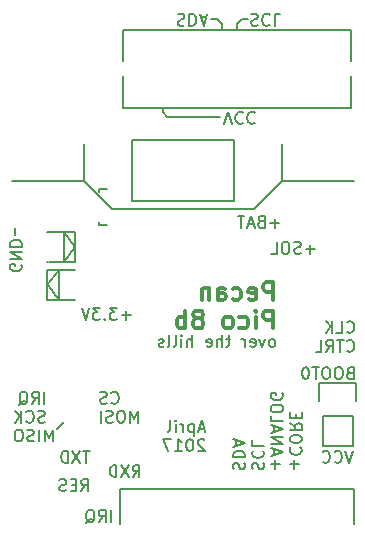
<source format=gbo>
G04 #@! TF.FileFunction,Legend,Bot*
%FSLAX46Y46*%
G04 Gerber Fmt 4.6, Leading zero omitted, Abs format (unit mm)*
G04 Created by KiCad (PCBNEW 4.0.2+dfsg1-stable) date Mo 03 Apr 2017 04:54:38 CEST*
%MOMM*%
G01*
G04 APERTURE LIST*
%ADD10C,0.100000*%
%ADD11C,0.200000*%
%ADD12C,0.300000*%
%ADD13C,0.150000*%
G04 APERTURE END LIST*
D10*
D11*
X76404762Y-117252381D02*
X76071429Y-118252381D01*
X75738095Y-117252381D01*
X74833333Y-118157143D02*
X74880952Y-118204762D01*
X75023809Y-118252381D01*
X75119047Y-118252381D01*
X75261905Y-118204762D01*
X75357143Y-118109524D01*
X75404762Y-118014286D01*
X75452381Y-117823810D01*
X75452381Y-117680952D01*
X75404762Y-117490476D01*
X75357143Y-117395238D01*
X75261905Y-117300000D01*
X75119047Y-117252381D01*
X75023809Y-117252381D01*
X74880952Y-117300000D01*
X74833333Y-117347619D01*
X73833333Y-118157143D02*
X73880952Y-118204762D01*
X74023809Y-118252381D01*
X74119047Y-118252381D01*
X74261905Y-118204762D01*
X74357143Y-118109524D01*
X74404762Y-118014286D01*
X74452381Y-117823810D01*
X74452381Y-117680952D01*
X74404762Y-117490476D01*
X74357143Y-117395238D01*
X74261905Y-117300000D01*
X74119047Y-117252381D01*
X74023809Y-117252381D01*
X73880952Y-117300000D01*
X73833333Y-117347619D01*
X60270000Y-88600000D02*
X60270000Y-88200000D01*
X60670000Y-89000000D02*
X60270000Y-88600000D01*
X65170000Y-89000000D02*
X60670000Y-89000000D01*
X65495238Y-89547619D02*
X65828571Y-88547619D01*
X66161905Y-89547619D01*
X67066667Y-88642857D02*
X67019048Y-88595238D01*
X66876191Y-88547619D01*
X66780953Y-88547619D01*
X66638095Y-88595238D01*
X66542857Y-88690476D01*
X66495238Y-88785714D01*
X66447619Y-88976190D01*
X66447619Y-89119048D01*
X66495238Y-89309524D01*
X66542857Y-89404762D01*
X66638095Y-89500000D01*
X66780953Y-89547619D01*
X66876191Y-89547619D01*
X67019048Y-89500000D01*
X67066667Y-89452381D01*
X68066667Y-88642857D02*
X68019048Y-88595238D01*
X67876191Y-88547619D01*
X67780953Y-88547619D01*
X67638095Y-88595238D01*
X67542857Y-88690476D01*
X67495238Y-88785714D01*
X67447619Y-88976190D01*
X67447619Y-89119048D01*
X67495238Y-89309524D01*
X67542857Y-89404762D01*
X67638095Y-89500000D01*
X67780953Y-89547619D01*
X67876191Y-89547619D01*
X68019048Y-89500000D01*
X68066667Y-89452381D01*
X66570000Y-81100000D02*
X66570000Y-81600000D01*
X65270000Y-81100000D02*
X65270000Y-81600000D01*
X64870000Y-80700000D02*
X65270000Y-81100000D01*
X64370000Y-80700000D02*
X64870000Y-80700000D01*
X66970000Y-80700000D02*
X66570000Y-81100000D01*
X67470000Y-80700000D02*
X66970000Y-80700000D01*
X67760476Y-80295238D02*
X67903333Y-80247619D01*
X68141429Y-80247619D01*
X68236667Y-80295238D01*
X68284286Y-80342857D01*
X68331905Y-80438095D01*
X68331905Y-80533333D01*
X68284286Y-80628571D01*
X68236667Y-80676190D01*
X68141429Y-80723810D01*
X67950952Y-80771429D01*
X67855714Y-80819048D01*
X67808095Y-80866667D01*
X67760476Y-80961905D01*
X67760476Y-81057143D01*
X67808095Y-81152381D01*
X67855714Y-81200000D01*
X67950952Y-81247619D01*
X68189048Y-81247619D01*
X68331905Y-81200000D01*
X69331905Y-80342857D02*
X69284286Y-80295238D01*
X69141429Y-80247619D01*
X69046191Y-80247619D01*
X68903333Y-80295238D01*
X68808095Y-80390476D01*
X68760476Y-80485714D01*
X68712857Y-80676190D01*
X68712857Y-80819048D01*
X68760476Y-81009524D01*
X68808095Y-81104762D01*
X68903333Y-81200000D01*
X69046191Y-81247619D01*
X69141429Y-81247619D01*
X69284286Y-81200000D01*
X69331905Y-81152381D01*
X70236667Y-80247619D02*
X69760476Y-80247619D01*
X69760476Y-81247619D01*
X61550952Y-80295238D02*
X61693809Y-80247619D01*
X61931905Y-80247619D01*
X62027143Y-80295238D01*
X62074762Y-80342857D01*
X62122381Y-80438095D01*
X62122381Y-80533333D01*
X62074762Y-80628571D01*
X62027143Y-80676190D01*
X61931905Y-80723810D01*
X61741428Y-80771429D01*
X61646190Y-80819048D01*
X61598571Y-80866667D01*
X61550952Y-80961905D01*
X61550952Y-81057143D01*
X61598571Y-81152381D01*
X61646190Y-81200000D01*
X61741428Y-81247619D01*
X61979524Y-81247619D01*
X62122381Y-81200000D01*
X62550952Y-80247619D02*
X62550952Y-81247619D01*
X62789047Y-81247619D01*
X62931905Y-81200000D01*
X63027143Y-81104762D01*
X63074762Y-81009524D01*
X63122381Y-80819048D01*
X63122381Y-80676190D01*
X63074762Y-80485714D01*
X63027143Y-80390476D01*
X62931905Y-80295238D01*
X62789047Y-80247619D01*
X62550952Y-80247619D01*
X63503333Y-80533333D02*
X63979524Y-80533333D01*
X63408095Y-80247619D02*
X63741428Y-81247619D01*
X64074762Y-80247619D01*
X47800000Y-98400000D02*
X47800000Y-99000000D01*
X53600000Y-94400000D02*
X56000000Y-96800000D01*
X70400000Y-94400000D02*
X68000000Y-96800000D01*
X56000000Y-96800000D02*
X68000000Y-96800000D01*
X57742857Y-119452381D02*
X58076191Y-118976190D01*
X58314286Y-119452381D02*
X58314286Y-118452381D01*
X57933333Y-118452381D01*
X57838095Y-118500000D01*
X57790476Y-118547619D01*
X57742857Y-118642857D01*
X57742857Y-118785714D01*
X57790476Y-118880952D01*
X57838095Y-118928571D01*
X57933333Y-118976190D01*
X58314286Y-118976190D01*
X57409524Y-118452381D02*
X56742857Y-119452381D01*
X56742857Y-118452381D02*
X57409524Y-119452381D01*
X56361905Y-119452381D02*
X56361905Y-118452381D01*
X56123810Y-118452381D01*
X55980952Y-118500000D01*
X55885714Y-118595238D01*
X55838095Y-118690476D01*
X55790476Y-118880952D01*
X55790476Y-119023810D01*
X55838095Y-119214286D01*
X55885714Y-119309524D01*
X55980952Y-119404762D01*
X56123810Y-119452381D01*
X56361905Y-119452381D01*
X57561905Y-105771429D02*
X56800000Y-105771429D01*
X57180952Y-106152381D02*
X57180952Y-105390476D01*
X56419048Y-105152381D02*
X55800000Y-105152381D01*
X56133334Y-105533333D01*
X55990476Y-105533333D01*
X55895238Y-105580952D01*
X55847619Y-105628571D01*
X55800000Y-105723810D01*
X55800000Y-105961905D01*
X55847619Y-106057143D01*
X55895238Y-106104762D01*
X55990476Y-106152381D01*
X56276191Y-106152381D01*
X56371429Y-106104762D01*
X56419048Y-106057143D01*
X55371429Y-106057143D02*
X55323810Y-106104762D01*
X55371429Y-106152381D01*
X55419048Y-106104762D01*
X55371429Y-106057143D01*
X55371429Y-106152381D01*
X54990477Y-105152381D02*
X54371429Y-105152381D01*
X54704763Y-105533333D01*
X54561905Y-105533333D01*
X54466667Y-105580952D01*
X54419048Y-105628571D01*
X54371429Y-105723810D01*
X54371429Y-105961905D01*
X54419048Y-106057143D01*
X54466667Y-106104762D01*
X54561905Y-106152381D01*
X54847620Y-106152381D01*
X54942858Y-106104762D01*
X54990477Y-106057143D01*
X54085715Y-105152381D02*
X53752382Y-106152381D01*
X53419048Y-105152381D01*
D12*
X69642857Y-104478571D02*
X69642857Y-102978571D01*
X69071429Y-102978571D01*
X68928571Y-103050000D01*
X68857143Y-103121429D01*
X68785714Y-103264286D01*
X68785714Y-103478571D01*
X68857143Y-103621429D01*
X68928571Y-103692857D01*
X69071429Y-103764286D01*
X69642857Y-103764286D01*
X67571429Y-104407143D02*
X67714286Y-104478571D01*
X68000000Y-104478571D01*
X68142857Y-104407143D01*
X68214286Y-104264286D01*
X68214286Y-103692857D01*
X68142857Y-103550000D01*
X68000000Y-103478571D01*
X67714286Y-103478571D01*
X67571429Y-103550000D01*
X67500000Y-103692857D01*
X67500000Y-103835714D01*
X68214286Y-103978571D01*
X66214286Y-104407143D02*
X66357143Y-104478571D01*
X66642857Y-104478571D01*
X66785715Y-104407143D01*
X66857143Y-104335714D01*
X66928572Y-104192857D01*
X66928572Y-103764286D01*
X66857143Y-103621429D01*
X66785715Y-103550000D01*
X66642857Y-103478571D01*
X66357143Y-103478571D01*
X66214286Y-103550000D01*
X64928572Y-104478571D02*
X64928572Y-103692857D01*
X65000001Y-103550000D01*
X65142858Y-103478571D01*
X65428572Y-103478571D01*
X65571429Y-103550000D01*
X64928572Y-104407143D02*
X65071429Y-104478571D01*
X65428572Y-104478571D01*
X65571429Y-104407143D01*
X65642858Y-104264286D01*
X65642858Y-104121429D01*
X65571429Y-103978571D01*
X65428572Y-103907143D01*
X65071429Y-103907143D01*
X64928572Y-103835714D01*
X64214286Y-103478571D02*
X64214286Y-104478571D01*
X64214286Y-103621429D02*
X64142858Y-103550000D01*
X64000000Y-103478571D01*
X63785715Y-103478571D01*
X63642858Y-103550000D01*
X63571429Y-103692857D01*
X63571429Y-104478571D01*
X69642857Y-106878571D02*
X69642857Y-105378571D01*
X69071429Y-105378571D01*
X68928571Y-105450000D01*
X68857143Y-105521429D01*
X68785714Y-105664286D01*
X68785714Y-105878571D01*
X68857143Y-106021429D01*
X68928571Y-106092857D01*
X69071429Y-106164286D01*
X69642857Y-106164286D01*
X68142857Y-106878571D02*
X68142857Y-105878571D01*
X68142857Y-105378571D02*
X68214286Y-105450000D01*
X68142857Y-105521429D01*
X68071429Y-105450000D01*
X68142857Y-105378571D01*
X68142857Y-105521429D01*
X66785714Y-106807143D02*
X66928571Y-106878571D01*
X67214285Y-106878571D01*
X67357143Y-106807143D01*
X67428571Y-106735714D01*
X67500000Y-106592857D01*
X67500000Y-106164286D01*
X67428571Y-106021429D01*
X67357143Y-105950000D01*
X67214285Y-105878571D01*
X66928571Y-105878571D01*
X66785714Y-105950000D01*
X65928571Y-106878571D02*
X66071429Y-106807143D01*
X66142857Y-106735714D01*
X66214286Y-106592857D01*
X66214286Y-106164286D01*
X66142857Y-106021429D01*
X66071429Y-105950000D01*
X65928571Y-105878571D01*
X65714286Y-105878571D01*
X65571429Y-105950000D01*
X65500000Y-106021429D01*
X65428571Y-106164286D01*
X65428571Y-106592857D01*
X65500000Y-106735714D01*
X65571429Y-106807143D01*
X65714286Y-106878571D01*
X65928571Y-106878571D01*
X63428571Y-106021429D02*
X63571429Y-105950000D01*
X63642857Y-105878571D01*
X63714286Y-105735714D01*
X63714286Y-105664286D01*
X63642857Y-105521429D01*
X63571429Y-105450000D01*
X63428571Y-105378571D01*
X63142857Y-105378571D01*
X63000000Y-105450000D01*
X62928571Y-105521429D01*
X62857143Y-105664286D01*
X62857143Y-105735714D01*
X62928571Y-105878571D01*
X63000000Y-105950000D01*
X63142857Y-106021429D01*
X63428571Y-106021429D01*
X63571429Y-106092857D01*
X63642857Y-106164286D01*
X63714286Y-106307143D01*
X63714286Y-106592857D01*
X63642857Y-106735714D01*
X63571429Y-106807143D01*
X63428571Y-106878571D01*
X63142857Y-106878571D01*
X63000000Y-106807143D01*
X62928571Y-106735714D01*
X62857143Y-106592857D01*
X62857143Y-106307143D01*
X62928571Y-106164286D01*
X63000000Y-106092857D01*
X63142857Y-106021429D01*
X62214286Y-106878571D02*
X62214286Y-105378571D01*
X62214286Y-105950000D02*
X62071429Y-105878571D01*
X61785715Y-105878571D01*
X61642858Y-105950000D01*
X61571429Y-106021429D01*
X61500000Y-106164286D01*
X61500000Y-106592857D01*
X61571429Y-106735714D01*
X61642858Y-106807143D01*
X61785715Y-106878571D01*
X62071429Y-106878571D01*
X62214286Y-106807143D01*
D11*
X48300000Y-101485714D02*
X48347619Y-101580952D01*
X48347619Y-101723809D01*
X48300000Y-101866667D01*
X48204762Y-101961905D01*
X48109524Y-102009524D01*
X47919048Y-102057143D01*
X47776190Y-102057143D01*
X47585714Y-102009524D01*
X47490476Y-101961905D01*
X47395238Y-101866667D01*
X47347619Y-101723809D01*
X47347619Y-101628571D01*
X47395238Y-101485714D01*
X47442857Y-101438095D01*
X47776190Y-101438095D01*
X47776190Y-101628571D01*
X47347619Y-101009524D02*
X48347619Y-101009524D01*
X47347619Y-100438095D01*
X48347619Y-100438095D01*
X47347619Y-99961905D02*
X48347619Y-99961905D01*
X48347619Y-99723810D01*
X48300000Y-99580952D01*
X48204762Y-99485714D01*
X48109524Y-99438095D01*
X47919048Y-99390476D01*
X47776190Y-99390476D01*
X47585714Y-99438095D01*
X47490476Y-99485714D01*
X47395238Y-99580952D01*
X47347619Y-99723810D01*
X47347619Y-99961905D01*
X69828571Y-118761905D02*
X69828571Y-118000000D01*
X69447619Y-118380952D02*
X70209524Y-118380952D01*
X69733333Y-117571429D02*
X69733333Y-117095238D01*
X69447619Y-117666667D02*
X70447619Y-117333334D01*
X69447619Y-117000000D01*
X69447619Y-116666667D02*
X70447619Y-116666667D01*
X69447619Y-116095238D01*
X70447619Y-116095238D01*
X69733333Y-115666667D02*
X69733333Y-115190476D01*
X69447619Y-115761905D02*
X70447619Y-115428572D01*
X69447619Y-115095238D01*
X69447619Y-114285714D02*
X69447619Y-114761905D01*
X70447619Y-114761905D01*
X70447619Y-113761905D02*
X70447619Y-113571428D01*
X70400000Y-113476190D01*
X70304762Y-113380952D01*
X70114286Y-113333333D01*
X69780952Y-113333333D01*
X69590476Y-113380952D01*
X69495238Y-113476190D01*
X69447619Y-113571428D01*
X69447619Y-113761905D01*
X69495238Y-113857143D01*
X69590476Y-113952381D01*
X69780952Y-114000000D01*
X70114286Y-114000000D01*
X70304762Y-113952381D01*
X70400000Y-113857143D01*
X70447619Y-113761905D01*
X70400000Y-112380952D02*
X70447619Y-112476190D01*
X70447619Y-112619047D01*
X70400000Y-112761905D01*
X70304762Y-112857143D01*
X70209524Y-112904762D01*
X70019048Y-112952381D01*
X69876190Y-112952381D01*
X69685714Y-112904762D01*
X69590476Y-112857143D01*
X69495238Y-112761905D01*
X69447619Y-112619047D01*
X69447619Y-112523809D01*
X69495238Y-112380952D01*
X69542857Y-112333333D01*
X69876190Y-112333333D01*
X69876190Y-112523809D01*
X51900000Y-114800000D02*
X51300000Y-115400000D01*
X54104762Y-117252381D02*
X53533333Y-117252381D01*
X53819048Y-118252381D02*
X53819048Y-117252381D01*
X53295238Y-117252381D02*
X52628571Y-118252381D01*
X52628571Y-117252381D02*
X53295238Y-118252381D01*
X52247619Y-118252381D02*
X52247619Y-117252381D01*
X52009524Y-117252381D01*
X51866666Y-117300000D01*
X51771428Y-117395238D01*
X51723809Y-117490476D01*
X51676190Y-117680952D01*
X51676190Y-117823810D01*
X51723809Y-118014286D01*
X51771428Y-118109524D01*
X51866666Y-118204762D01*
X52009524Y-118252381D01*
X52247619Y-118252381D01*
X50961905Y-116452381D02*
X50961905Y-115452381D01*
X50628571Y-116166667D01*
X50295238Y-115452381D01*
X50295238Y-116452381D01*
X49819048Y-116452381D02*
X49819048Y-115452381D01*
X49390477Y-116404762D02*
X49247620Y-116452381D01*
X49009524Y-116452381D01*
X48914286Y-116404762D01*
X48866667Y-116357143D01*
X48819048Y-116261905D01*
X48819048Y-116166667D01*
X48866667Y-116071429D01*
X48914286Y-116023810D01*
X49009524Y-115976190D01*
X49200001Y-115928571D01*
X49295239Y-115880952D01*
X49342858Y-115833333D01*
X49390477Y-115738095D01*
X49390477Y-115642857D01*
X49342858Y-115547619D01*
X49295239Y-115500000D01*
X49200001Y-115452381D01*
X48961905Y-115452381D01*
X48819048Y-115500000D01*
X48200001Y-115452381D02*
X48009524Y-115452381D01*
X47914286Y-115500000D01*
X47819048Y-115595238D01*
X47771429Y-115785714D01*
X47771429Y-116119048D01*
X47819048Y-116309524D01*
X47914286Y-116404762D01*
X48009524Y-116452381D01*
X48200001Y-116452381D01*
X48295239Y-116404762D01*
X48390477Y-116309524D01*
X48438096Y-116119048D01*
X48438096Y-115785714D01*
X48390477Y-115595238D01*
X48295239Y-115500000D01*
X48200001Y-115452381D01*
X63809524Y-115366667D02*
X63333333Y-115366667D01*
X63904762Y-115652381D02*
X63571429Y-114652381D01*
X63238095Y-115652381D01*
X62904762Y-114985714D02*
X62904762Y-115985714D01*
X62904762Y-115033333D02*
X62809524Y-114985714D01*
X62619047Y-114985714D01*
X62523809Y-115033333D01*
X62476190Y-115080952D01*
X62428571Y-115176190D01*
X62428571Y-115461905D01*
X62476190Y-115557143D01*
X62523809Y-115604762D01*
X62619047Y-115652381D01*
X62809524Y-115652381D01*
X62904762Y-115604762D01*
X62000000Y-115652381D02*
X62000000Y-114985714D01*
X62000000Y-115176190D02*
X61952381Y-115080952D01*
X61904762Y-115033333D01*
X61809524Y-114985714D01*
X61714285Y-114985714D01*
X61380952Y-115652381D02*
X61380952Y-114985714D01*
X61380952Y-114652381D02*
X61428571Y-114700000D01*
X61380952Y-114747619D01*
X61333333Y-114700000D01*
X61380952Y-114652381D01*
X61380952Y-114747619D01*
X60761905Y-115652381D02*
X60857143Y-115604762D01*
X60904762Y-115509524D01*
X60904762Y-114652381D01*
X63809524Y-116347619D02*
X63761905Y-116300000D01*
X63666667Y-116252381D01*
X63428571Y-116252381D01*
X63333333Y-116300000D01*
X63285714Y-116347619D01*
X63238095Y-116442857D01*
X63238095Y-116538095D01*
X63285714Y-116680952D01*
X63857143Y-117252381D01*
X63238095Y-117252381D01*
X62619048Y-116252381D02*
X62523809Y-116252381D01*
X62428571Y-116300000D01*
X62380952Y-116347619D01*
X62333333Y-116442857D01*
X62285714Y-116633333D01*
X62285714Y-116871429D01*
X62333333Y-117061905D01*
X62380952Y-117157143D01*
X62428571Y-117204762D01*
X62523809Y-117252381D01*
X62619048Y-117252381D01*
X62714286Y-117204762D01*
X62761905Y-117157143D01*
X62809524Y-117061905D01*
X62857143Y-116871429D01*
X62857143Y-116633333D01*
X62809524Y-116442857D01*
X62761905Y-116347619D01*
X62714286Y-116300000D01*
X62619048Y-116252381D01*
X61333333Y-117252381D02*
X61904762Y-117252381D01*
X61619048Y-117252381D02*
X61619048Y-116252381D01*
X61714286Y-116395238D01*
X61809524Y-116490476D01*
X61904762Y-116538095D01*
X61000000Y-116252381D02*
X60333333Y-116252381D01*
X60761905Y-117252381D01*
X71428571Y-118761905D02*
X71428571Y-118000000D01*
X71047619Y-118380952D02*
X71809524Y-118380952D01*
X71142857Y-116952381D02*
X71095238Y-117000000D01*
X71047619Y-117142857D01*
X71047619Y-117238095D01*
X71095238Y-117380953D01*
X71190476Y-117476191D01*
X71285714Y-117523810D01*
X71476190Y-117571429D01*
X71619048Y-117571429D01*
X71809524Y-117523810D01*
X71904762Y-117476191D01*
X72000000Y-117380953D01*
X72047619Y-117238095D01*
X72047619Y-117142857D01*
X72000000Y-117000000D01*
X71952381Y-116952381D01*
X72047619Y-116333334D02*
X72047619Y-116142857D01*
X72000000Y-116047619D01*
X71904762Y-115952381D01*
X71714286Y-115904762D01*
X71380952Y-115904762D01*
X71190476Y-115952381D01*
X71095238Y-116047619D01*
X71047619Y-116142857D01*
X71047619Y-116333334D01*
X71095238Y-116428572D01*
X71190476Y-116523810D01*
X71380952Y-116571429D01*
X71714286Y-116571429D01*
X71904762Y-116523810D01*
X72000000Y-116428572D01*
X72047619Y-116333334D01*
X71047619Y-114904762D02*
X71523810Y-115238096D01*
X71047619Y-115476191D02*
X72047619Y-115476191D01*
X72047619Y-115095238D01*
X72000000Y-115000000D01*
X71952381Y-114952381D01*
X71857143Y-114904762D01*
X71714286Y-114904762D01*
X71619048Y-114952381D01*
X71571429Y-115000000D01*
X71523810Y-115095238D01*
X71523810Y-115476191D01*
X71571429Y-114476191D02*
X71571429Y-114142857D01*
X71047619Y-114000000D02*
X71047619Y-114476191D01*
X72047619Y-114476191D01*
X72047619Y-114000000D01*
X75890476Y-107157143D02*
X75938095Y-107204762D01*
X76080952Y-107252381D01*
X76176190Y-107252381D01*
X76319048Y-107204762D01*
X76414286Y-107109524D01*
X76461905Y-107014286D01*
X76509524Y-106823810D01*
X76509524Y-106680952D01*
X76461905Y-106490476D01*
X76414286Y-106395238D01*
X76319048Y-106300000D01*
X76176190Y-106252381D01*
X76080952Y-106252381D01*
X75938095Y-106300000D01*
X75890476Y-106347619D01*
X74985714Y-107252381D02*
X75461905Y-107252381D01*
X75461905Y-106252381D01*
X74652381Y-107252381D02*
X74652381Y-106252381D01*
X74080952Y-107252381D02*
X74509524Y-106680952D01*
X74080952Y-106252381D02*
X74652381Y-106823810D01*
X75890476Y-108757143D02*
X75938095Y-108804762D01*
X76080952Y-108852381D01*
X76176190Y-108852381D01*
X76319048Y-108804762D01*
X76414286Y-108709524D01*
X76461905Y-108614286D01*
X76509524Y-108423810D01*
X76509524Y-108280952D01*
X76461905Y-108090476D01*
X76414286Y-107995238D01*
X76319048Y-107900000D01*
X76176190Y-107852381D01*
X76080952Y-107852381D01*
X75938095Y-107900000D01*
X75890476Y-107947619D01*
X75604762Y-107852381D02*
X75033333Y-107852381D01*
X75319048Y-108852381D02*
X75319048Y-107852381D01*
X74128571Y-108852381D02*
X74461905Y-108376190D01*
X74700000Y-108852381D02*
X74700000Y-107852381D01*
X74319047Y-107852381D01*
X74223809Y-107900000D01*
X74176190Y-107947619D01*
X74128571Y-108042857D01*
X74128571Y-108185714D01*
X74176190Y-108280952D01*
X74223809Y-108328571D01*
X74319047Y-108376190D01*
X74700000Y-108376190D01*
X73223809Y-108852381D02*
X73700000Y-108852381D01*
X73700000Y-107852381D01*
X67895238Y-118809524D02*
X67847619Y-118666667D01*
X67847619Y-118428571D01*
X67895238Y-118333333D01*
X67942857Y-118285714D01*
X68038095Y-118238095D01*
X68133333Y-118238095D01*
X68228571Y-118285714D01*
X68276190Y-118333333D01*
X68323810Y-118428571D01*
X68371429Y-118619048D01*
X68419048Y-118714286D01*
X68466667Y-118761905D01*
X68561905Y-118809524D01*
X68657143Y-118809524D01*
X68752381Y-118761905D01*
X68800000Y-118714286D01*
X68847619Y-118619048D01*
X68847619Y-118380952D01*
X68800000Y-118238095D01*
X67942857Y-117238095D02*
X67895238Y-117285714D01*
X67847619Y-117428571D01*
X67847619Y-117523809D01*
X67895238Y-117666667D01*
X67990476Y-117761905D01*
X68085714Y-117809524D01*
X68276190Y-117857143D01*
X68419048Y-117857143D01*
X68609524Y-117809524D01*
X68704762Y-117761905D01*
X68800000Y-117666667D01*
X68847619Y-117523809D01*
X68847619Y-117428571D01*
X68800000Y-117285714D01*
X68752381Y-117238095D01*
X67847619Y-116333333D02*
X67847619Y-116809524D01*
X68847619Y-116809524D01*
X66295238Y-118809524D02*
X66247619Y-118666667D01*
X66247619Y-118428571D01*
X66295238Y-118333333D01*
X66342857Y-118285714D01*
X66438095Y-118238095D01*
X66533333Y-118238095D01*
X66628571Y-118285714D01*
X66676190Y-118333333D01*
X66723810Y-118428571D01*
X66771429Y-118619048D01*
X66819048Y-118714286D01*
X66866667Y-118761905D01*
X66961905Y-118809524D01*
X67057143Y-118809524D01*
X67152381Y-118761905D01*
X67200000Y-118714286D01*
X67247619Y-118619048D01*
X67247619Y-118380952D01*
X67200000Y-118238095D01*
X66247619Y-117809524D02*
X67247619Y-117809524D01*
X67247619Y-117571429D01*
X67200000Y-117428571D01*
X67104762Y-117333333D01*
X67009524Y-117285714D01*
X66819048Y-117238095D01*
X66676190Y-117238095D01*
X66485714Y-117285714D01*
X66390476Y-117333333D01*
X66295238Y-117428571D01*
X66247619Y-117571429D01*
X66247619Y-117809524D01*
X66533333Y-116857143D02*
X66533333Y-116380952D01*
X66247619Y-116952381D02*
X67247619Y-116619048D01*
X66247619Y-116285714D01*
X55923809Y-123252381D02*
X55923809Y-122252381D01*
X54876190Y-123252381D02*
X55209524Y-122776190D01*
X55447619Y-123252381D02*
X55447619Y-122252381D01*
X55066666Y-122252381D01*
X54971428Y-122300000D01*
X54923809Y-122347619D01*
X54876190Y-122442857D01*
X54876190Y-122585714D01*
X54923809Y-122680952D01*
X54971428Y-122728571D01*
X55066666Y-122776190D01*
X55447619Y-122776190D01*
X53780952Y-123347619D02*
X53876190Y-123300000D01*
X53971428Y-123204762D01*
X54114285Y-123061905D01*
X54209524Y-123014286D01*
X54304762Y-123014286D01*
X54257143Y-123252381D02*
X54352381Y-123204762D01*
X54447619Y-123109524D01*
X54495238Y-122919048D01*
X54495238Y-122585714D01*
X54447619Y-122395238D01*
X54352381Y-122300000D01*
X54257143Y-122252381D01*
X54066666Y-122252381D01*
X53971428Y-122300000D01*
X53876190Y-122395238D01*
X53828571Y-122585714D01*
X53828571Y-122919048D01*
X53876190Y-123109524D01*
X53971428Y-123204762D01*
X54066666Y-123252381D01*
X54257143Y-123252381D01*
X53390476Y-120652381D02*
X53723810Y-120176190D01*
X53961905Y-120652381D02*
X53961905Y-119652381D01*
X53580952Y-119652381D01*
X53485714Y-119700000D01*
X53438095Y-119747619D01*
X53390476Y-119842857D01*
X53390476Y-119985714D01*
X53438095Y-120080952D01*
X53485714Y-120128571D01*
X53580952Y-120176190D01*
X53961905Y-120176190D01*
X52961905Y-120128571D02*
X52628571Y-120128571D01*
X52485714Y-120652381D02*
X52961905Y-120652381D01*
X52961905Y-119652381D01*
X52485714Y-119652381D01*
X52104762Y-120604762D02*
X51961905Y-120652381D01*
X51723809Y-120652381D01*
X51628571Y-120604762D01*
X51580952Y-120557143D01*
X51533333Y-120461905D01*
X51533333Y-120366667D01*
X51580952Y-120271429D01*
X51628571Y-120223810D01*
X51723809Y-120176190D01*
X51914286Y-120128571D01*
X52009524Y-120080952D01*
X52057143Y-120033333D01*
X52104762Y-119938095D01*
X52104762Y-119842857D01*
X52057143Y-119747619D01*
X52009524Y-119700000D01*
X51914286Y-119652381D01*
X51676190Y-119652381D01*
X51533333Y-119700000D01*
X55942857Y-113157143D02*
X55990476Y-113204762D01*
X56133333Y-113252381D01*
X56228571Y-113252381D01*
X56371429Y-113204762D01*
X56466667Y-113109524D01*
X56514286Y-113014286D01*
X56561905Y-112823810D01*
X56561905Y-112680952D01*
X56514286Y-112490476D01*
X56466667Y-112395238D01*
X56371429Y-112300000D01*
X56228571Y-112252381D01*
X56133333Y-112252381D01*
X55990476Y-112300000D01*
X55942857Y-112347619D01*
X55561905Y-113204762D02*
X55419048Y-113252381D01*
X55180952Y-113252381D01*
X55085714Y-113204762D01*
X55038095Y-113157143D01*
X54990476Y-113061905D01*
X54990476Y-112966667D01*
X55038095Y-112871429D01*
X55085714Y-112823810D01*
X55180952Y-112776190D01*
X55371429Y-112728571D01*
X55466667Y-112680952D01*
X55514286Y-112633333D01*
X55561905Y-112538095D01*
X55561905Y-112442857D01*
X55514286Y-112347619D01*
X55466667Y-112300000D01*
X55371429Y-112252381D01*
X55133333Y-112252381D01*
X54990476Y-112300000D01*
X58180952Y-114852381D02*
X58180952Y-113852381D01*
X57847618Y-114566667D01*
X57514285Y-113852381D01*
X57514285Y-114852381D01*
X56847619Y-113852381D02*
X56657142Y-113852381D01*
X56561904Y-113900000D01*
X56466666Y-113995238D01*
X56419047Y-114185714D01*
X56419047Y-114519048D01*
X56466666Y-114709524D01*
X56561904Y-114804762D01*
X56657142Y-114852381D01*
X56847619Y-114852381D01*
X56942857Y-114804762D01*
X57038095Y-114709524D01*
X57085714Y-114519048D01*
X57085714Y-114185714D01*
X57038095Y-113995238D01*
X56942857Y-113900000D01*
X56847619Y-113852381D01*
X56038095Y-114804762D02*
X55895238Y-114852381D01*
X55657142Y-114852381D01*
X55561904Y-114804762D01*
X55514285Y-114757143D01*
X55466666Y-114661905D01*
X55466666Y-114566667D01*
X55514285Y-114471429D01*
X55561904Y-114423810D01*
X55657142Y-114376190D01*
X55847619Y-114328571D01*
X55942857Y-114280952D01*
X55990476Y-114233333D01*
X56038095Y-114138095D01*
X56038095Y-114042857D01*
X55990476Y-113947619D01*
X55942857Y-113900000D01*
X55847619Y-113852381D01*
X55609523Y-113852381D01*
X55466666Y-113900000D01*
X55038095Y-114852381D02*
X55038095Y-113852381D01*
X50309524Y-114804762D02*
X50166667Y-114852381D01*
X49928571Y-114852381D01*
X49833333Y-114804762D01*
X49785714Y-114757143D01*
X49738095Y-114661905D01*
X49738095Y-114566667D01*
X49785714Y-114471429D01*
X49833333Y-114423810D01*
X49928571Y-114376190D01*
X50119048Y-114328571D01*
X50214286Y-114280952D01*
X50261905Y-114233333D01*
X50309524Y-114138095D01*
X50309524Y-114042857D01*
X50261905Y-113947619D01*
X50214286Y-113900000D01*
X50119048Y-113852381D01*
X49880952Y-113852381D01*
X49738095Y-113900000D01*
X48738095Y-114757143D02*
X48785714Y-114804762D01*
X48928571Y-114852381D01*
X49023809Y-114852381D01*
X49166667Y-114804762D01*
X49261905Y-114709524D01*
X49309524Y-114614286D01*
X49357143Y-114423810D01*
X49357143Y-114280952D01*
X49309524Y-114090476D01*
X49261905Y-113995238D01*
X49166667Y-113900000D01*
X49023809Y-113852381D01*
X48928571Y-113852381D01*
X48785714Y-113900000D01*
X48738095Y-113947619D01*
X48309524Y-114852381D02*
X48309524Y-113852381D01*
X47738095Y-114852381D02*
X48166667Y-114280952D01*
X47738095Y-113852381D02*
X48309524Y-114423810D01*
X50261905Y-113252381D02*
X50261905Y-112252381D01*
X49214286Y-113252381D02*
X49547620Y-112776190D01*
X49785715Y-113252381D02*
X49785715Y-112252381D01*
X49404762Y-112252381D01*
X49309524Y-112300000D01*
X49261905Y-112347619D01*
X49214286Y-112442857D01*
X49214286Y-112585714D01*
X49261905Y-112680952D01*
X49309524Y-112728571D01*
X49404762Y-112776190D01*
X49785715Y-112776190D01*
X48119048Y-113347619D02*
X48214286Y-113300000D01*
X48309524Y-113204762D01*
X48452381Y-113061905D01*
X48547620Y-113014286D01*
X48642858Y-113014286D01*
X48595239Y-113252381D02*
X48690477Y-113204762D01*
X48785715Y-113109524D01*
X48833334Y-112919048D01*
X48833334Y-112585714D01*
X48785715Y-112395238D01*
X48690477Y-112300000D01*
X48595239Y-112252381D01*
X48404762Y-112252381D01*
X48309524Y-112300000D01*
X48214286Y-112395238D01*
X48166667Y-112585714D01*
X48166667Y-112919048D01*
X48214286Y-113109524D01*
X48309524Y-113204762D01*
X48404762Y-113252381D01*
X48595239Y-113252381D01*
X69619048Y-108452381D02*
X69714286Y-108404762D01*
X69761905Y-108357143D01*
X69809524Y-108261905D01*
X69809524Y-107976190D01*
X69761905Y-107880952D01*
X69714286Y-107833333D01*
X69619048Y-107785714D01*
X69476190Y-107785714D01*
X69380952Y-107833333D01*
X69333333Y-107880952D01*
X69285714Y-107976190D01*
X69285714Y-108261905D01*
X69333333Y-108357143D01*
X69380952Y-108404762D01*
X69476190Y-108452381D01*
X69619048Y-108452381D01*
X68952381Y-107785714D02*
X68714286Y-108452381D01*
X68476190Y-107785714D01*
X67714285Y-108404762D02*
X67809523Y-108452381D01*
X68000000Y-108452381D01*
X68095238Y-108404762D01*
X68142857Y-108309524D01*
X68142857Y-107928571D01*
X68095238Y-107833333D01*
X68000000Y-107785714D01*
X67809523Y-107785714D01*
X67714285Y-107833333D01*
X67666666Y-107928571D01*
X67666666Y-108023810D01*
X68142857Y-108119048D01*
X67238095Y-108452381D02*
X67238095Y-107785714D01*
X67238095Y-107976190D02*
X67190476Y-107880952D01*
X67142857Y-107833333D01*
X67047619Y-107785714D01*
X66952380Y-107785714D01*
X65999999Y-107785714D02*
X65619047Y-107785714D01*
X65857142Y-107452381D02*
X65857142Y-108309524D01*
X65809523Y-108404762D01*
X65714285Y-108452381D01*
X65619047Y-108452381D01*
X65285713Y-108452381D02*
X65285713Y-107452381D01*
X64857141Y-108452381D02*
X64857141Y-107928571D01*
X64904760Y-107833333D01*
X64999998Y-107785714D01*
X65142856Y-107785714D01*
X65238094Y-107833333D01*
X65285713Y-107880952D01*
X63999998Y-108404762D02*
X64095236Y-108452381D01*
X64285713Y-108452381D01*
X64380951Y-108404762D01*
X64428570Y-108309524D01*
X64428570Y-107928571D01*
X64380951Y-107833333D01*
X64285713Y-107785714D01*
X64095236Y-107785714D01*
X63999998Y-107833333D01*
X63952379Y-107928571D01*
X63952379Y-108023810D01*
X64428570Y-108119048D01*
X62761903Y-108452381D02*
X62761903Y-107452381D01*
X62333331Y-108452381D02*
X62333331Y-107928571D01*
X62380950Y-107833333D01*
X62476188Y-107785714D01*
X62619046Y-107785714D01*
X62714284Y-107833333D01*
X62761903Y-107880952D01*
X61857141Y-108452381D02*
X61857141Y-107785714D01*
X61857141Y-107452381D02*
X61904760Y-107500000D01*
X61857141Y-107547619D01*
X61809522Y-107500000D01*
X61857141Y-107452381D01*
X61857141Y-107547619D01*
X61238094Y-108452381D02*
X61333332Y-108404762D01*
X61380951Y-108309524D01*
X61380951Y-107452381D01*
X60714284Y-108452381D02*
X60809522Y-108404762D01*
X60857141Y-108309524D01*
X60857141Y-107452381D01*
X60380950Y-108404762D02*
X60285712Y-108452381D01*
X60095236Y-108452381D01*
X59999997Y-108404762D01*
X59952378Y-108309524D01*
X59952378Y-108261905D01*
X59999997Y-108166667D01*
X60095236Y-108119048D01*
X60238093Y-108119048D01*
X60333331Y-108071429D01*
X60380950Y-107976190D01*
X60380950Y-107928571D01*
X60333331Y-107833333D01*
X60238093Y-107785714D01*
X60095236Y-107785714D01*
X59999997Y-107833333D01*
X70400000Y-94400000D02*
X70400000Y-91300000D01*
X70400000Y-94400000D02*
X76500000Y-94400000D01*
X53600000Y-94400000D02*
X53600000Y-91300000D01*
X53600000Y-94400000D02*
X47500000Y-94400000D01*
X73161905Y-100171429D02*
X72400000Y-100171429D01*
X72780952Y-100552381D02*
X72780952Y-99790476D01*
X71971429Y-100504762D02*
X71828572Y-100552381D01*
X71590476Y-100552381D01*
X71495238Y-100504762D01*
X71447619Y-100457143D01*
X71400000Y-100361905D01*
X71400000Y-100266667D01*
X71447619Y-100171429D01*
X71495238Y-100123810D01*
X71590476Y-100076190D01*
X71780953Y-100028571D01*
X71876191Y-99980952D01*
X71923810Y-99933333D01*
X71971429Y-99838095D01*
X71971429Y-99742857D01*
X71923810Y-99647619D01*
X71876191Y-99600000D01*
X71780953Y-99552381D01*
X71542857Y-99552381D01*
X71400000Y-99600000D01*
X70780953Y-99552381D02*
X70590476Y-99552381D01*
X70495238Y-99600000D01*
X70400000Y-99695238D01*
X70352381Y-99885714D01*
X70352381Y-100219048D01*
X70400000Y-100409524D01*
X70495238Y-100504762D01*
X70590476Y-100552381D01*
X70780953Y-100552381D01*
X70876191Y-100504762D01*
X70971429Y-100409524D01*
X71019048Y-100219048D01*
X71019048Y-99885714D01*
X70971429Y-99695238D01*
X70876191Y-99600000D01*
X70780953Y-99552381D01*
X69447619Y-100552381D02*
X69923810Y-100552381D01*
X69923810Y-99552381D01*
X70161905Y-97971429D02*
X69400000Y-97971429D01*
X69780952Y-98352381D02*
X69780952Y-97590476D01*
X68590476Y-97828571D02*
X68447619Y-97876190D01*
X68400000Y-97923810D01*
X68352381Y-98019048D01*
X68352381Y-98161905D01*
X68400000Y-98257143D01*
X68447619Y-98304762D01*
X68542857Y-98352381D01*
X68923810Y-98352381D01*
X68923810Y-97352381D01*
X68590476Y-97352381D01*
X68495238Y-97400000D01*
X68447619Y-97447619D01*
X68400000Y-97542857D01*
X68400000Y-97638095D01*
X68447619Y-97733333D01*
X68495238Y-97780952D01*
X68590476Y-97828571D01*
X68923810Y-97828571D01*
X67971429Y-98066667D02*
X67495238Y-98066667D01*
X68066667Y-98352381D02*
X67733334Y-97352381D01*
X67400000Y-98352381D01*
X67209524Y-97352381D02*
X66638095Y-97352381D01*
X66923810Y-98352381D02*
X66923810Y-97352381D01*
X76128571Y-110628571D02*
X75985714Y-110676190D01*
X75938095Y-110723810D01*
X75890476Y-110819048D01*
X75890476Y-110961905D01*
X75938095Y-111057143D01*
X75985714Y-111104762D01*
X76080952Y-111152381D01*
X76461905Y-111152381D01*
X76461905Y-110152381D01*
X76128571Y-110152381D01*
X76033333Y-110200000D01*
X75985714Y-110247619D01*
X75938095Y-110342857D01*
X75938095Y-110438095D01*
X75985714Y-110533333D01*
X76033333Y-110580952D01*
X76128571Y-110628571D01*
X76461905Y-110628571D01*
X75271429Y-110152381D02*
X75080952Y-110152381D01*
X74985714Y-110200000D01*
X74890476Y-110295238D01*
X74842857Y-110485714D01*
X74842857Y-110819048D01*
X74890476Y-111009524D01*
X74985714Y-111104762D01*
X75080952Y-111152381D01*
X75271429Y-111152381D01*
X75366667Y-111104762D01*
X75461905Y-111009524D01*
X75509524Y-110819048D01*
X75509524Y-110485714D01*
X75461905Y-110295238D01*
X75366667Y-110200000D01*
X75271429Y-110152381D01*
X74223810Y-110152381D02*
X74033333Y-110152381D01*
X73938095Y-110200000D01*
X73842857Y-110295238D01*
X73795238Y-110485714D01*
X73795238Y-110819048D01*
X73842857Y-111009524D01*
X73938095Y-111104762D01*
X74033333Y-111152381D01*
X74223810Y-111152381D01*
X74319048Y-111104762D01*
X74414286Y-111009524D01*
X74461905Y-110819048D01*
X74461905Y-110485714D01*
X74414286Y-110295238D01*
X74319048Y-110200000D01*
X74223810Y-110152381D01*
X73509524Y-110152381D02*
X72938095Y-110152381D01*
X73223810Y-111152381D02*
X73223810Y-110152381D01*
X72414286Y-110152381D02*
X72319047Y-110152381D01*
X72223809Y-110200000D01*
X72176190Y-110247619D01*
X72128571Y-110342857D01*
X72080952Y-110533333D01*
X72080952Y-110771429D01*
X72128571Y-110961905D01*
X72176190Y-111057143D01*
X72223809Y-111104762D01*
X72319047Y-111152381D01*
X72414286Y-111152381D01*
X72509524Y-111104762D01*
X72557143Y-111057143D01*
X72604762Y-110961905D01*
X72652381Y-110771429D01*
X72652381Y-110533333D01*
X72604762Y-110342857D01*
X72557143Y-110247619D01*
X72509524Y-110200000D01*
X72414286Y-110152381D01*
D13*
X52850620Y-100000000D02*
X51900660Y-98750320D01*
X51900660Y-98750320D02*
X51900660Y-101249680D01*
X51900660Y-101249680D02*
X52898880Y-100000000D01*
X52898880Y-98750320D02*
X52898880Y-101249680D01*
X50600180Y-98750320D02*
X50501120Y-98750320D01*
X50600180Y-101249680D02*
X50501120Y-101249680D01*
X52898880Y-98750320D02*
X50549380Y-98750320D01*
X52898880Y-101249680D02*
X50650980Y-101249680D01*
X54849760Y-97899160D02*
X54849760Y-97850900D01*
X55550800Y-95100180D02*
X54849760Y-95100180D01*
X54849760Y-95100180D02*
X54849760Y-95349100D01*
X54849760Y-97899160D02*
X54849760Y-98099820D01*
X54849760Y-98099820D02*
X55550800Y-98099820D01*
X50549380Y-103200000D02*
X51499340Y-104449680D01*
X51499340Y-104449680D02*
X51499340Y-101950320D01*
X51499340Y-101950320D02*
X50501120Y-103200000D01*
X50501120Y-104449680D02*
X50501120Y-101950320D01*
X52799820Y-104449680D02*
X52898880Y-104449680D01*
X52799820Y-101950320D02*
X52898880Y-101950320D01*
X50501120Y-104449680D02*
X52850620Y-104449680D01*
X50501120Y-101950320D02*
X52749020Y-101950320D01*
X73830000Y-114330000D02*
X73830000Y-116870000D01*
X73550000Y-111510000D02*
X73550000Y-113060000D01*
X73830000Y-114330000D02*
X76370000Y-114330000D01*
X76650000Y-113060000D02*
X76650000Y-111510000D01*
X76650000Y-111510000D02*
X73550000Y-111510000D01*
X76370000Y-114330000D02*
X76370000Y-116870000D01*
X76370000Y-116870000D02*
X73830000Y-116870000D01*
D11*
X56679000Y-120522000D02*
X56679000Y-123443000D01*
X76491000Y-120522000D02*
X76491000Y-123443000D01*
X56679000Y-120522000D02*
X76491000Y-120522000D01*
X76237000Y-88202000D02*
X76237000Y-85535000D01*
X76237000Y-81598000D02*
X76237000Y-84265000D01*
X56933000Y-88202000D02*
X56933000Y-85535000D01*
X56933000Y-81598000D02*
X56933000Y-84265000D01*
X76237000Y-88202000D02*
X56933000Y-88202000D01*
X56933000Y-81598000D02*
X76237000Y-81598000D01*
D13*
X57649100Y-96100000D02*
X66349100Y-96100000D01*
X66350000Y-96100000D02*
X66350000Y-90925000D01*
X66350000Y-90925000D02*
X57650000Y-90925000D01*
X57649100Y-90925000D02*
X57649100Y-96100000D01*
M02*

</source>
